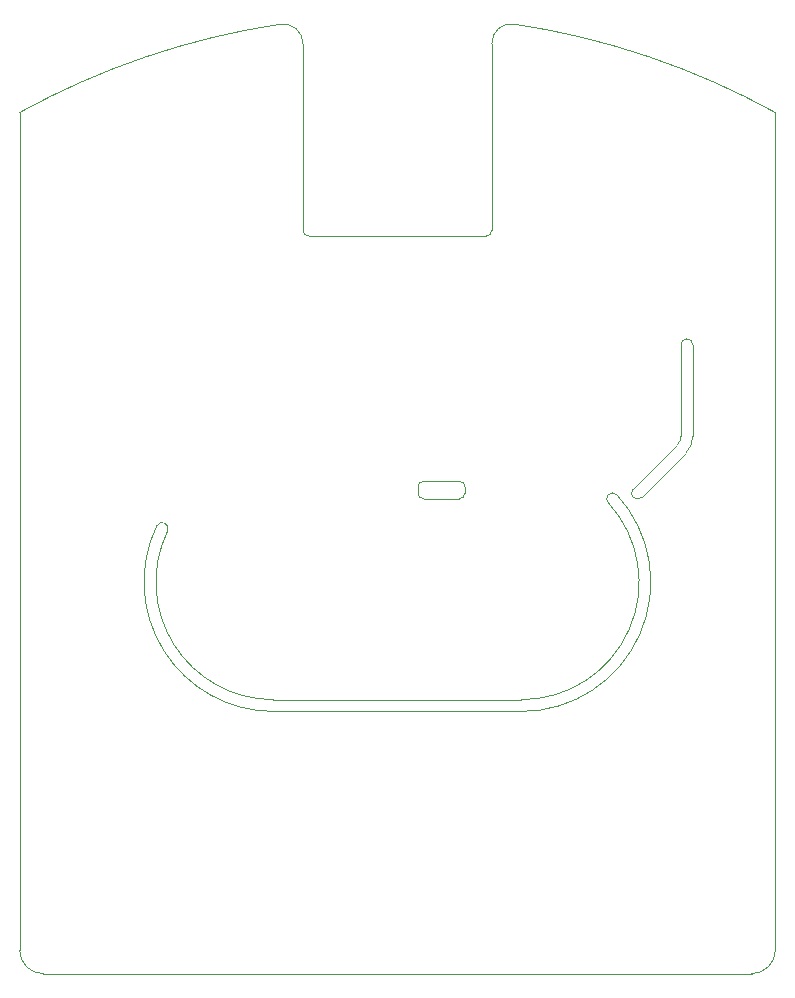
<source format=gbr>
%TF.GenerationSoftware,KiCad,Pcbnew,(6.0.0-0)*%
%TF.CreationDate,2022-04-04T00:03:28-05:00*%
%TF.ProjectId,SmartNeonPSU,536d6172-744e-4656-9f6e-5053552e6b69,rev?*%
%TF.SameCoordinates,Original*%
%TF.FileFunction,Profile,NP*%
%FSLAX46Y46*%
G04 Gerber Fmt 4.6, Leading zero omitted, Abs format (unit mm)*
G04 Created by KiCad (PCBNEW (6.0.0-0)) date 2022-04-04 00:03:28*
%MOMM*%
%LPD*%
G01*
G04 APERTURE LIST*
%TA.AperFunction,Profile*%
%ADD10C,0.100000*%
%TD*%
%TA.AperFunction,Profile*%
%ADD11C,0.120000*%
%TD*%
G04 APERTURE END LIST*
D10*
X173706104Y-90154558D02*
X169956104Y-93904558D01*
X180000000Y-134950000D02*
G75*
G03*
X182000000Y-132951866I932J1999068D01*
G01*
X160500000Y-111749999D02*
G75*
G03*
X167859538Y-95092697I6397J9951622D01*
G01*
X174000000Y-81700000D02*
X174000000Y-89450000D01*
X182000000Y-132951866D02*
X182000000Y-62047951D01*
X158000000Y-72000000D02*
X158000000Y-56200000D01*
X169956104Y-93904558D02*
G75*
G03*
X170663310Y-94612518I353604J-353979D01*
G01*
X139500000Y-111750000D02*
X160500000Y-111750000D01*
X175000000Y-81700000D02*
G75*
G03*
X174000000Y-81700000I-500000J0D01*
G01*
X160500000Y-112750000D02*
G75*
G03*
X168558447Y-94386229I-1345J10950592D01*
G01*
X142000000Y-56200000D02*
X142000000Y-72000000D01*
X118000000Y-132949998D02*
G75*
G03*
X120000000Y-134950000I2000000J-2D01*
G01*
X159906129Y-54561659D02*
G75*
G03*
X158000000Y-56200000I-286156J-1595085D01*
G01*
X174413310Y-90862518D02*
G75*
G03*
X174999999Y-89450000I-1411717J1414456D01*
G01*
X120000000Y-134950000D02*
X180000000Y-134950000D01*
X141999999Y-56200000D02*
G75*
G03*
X140002687Y-54575983I-1659961J-1304D01*
G01*
X182000000Y-62047951D02*
G75*
G03*
X159906129Y-54561659I-31888797J-57766263D01*
G01*
X140002687Y-54575983D02*
G75*
G03*
X118000000Y-62047951I9881937J-65230931D01*
G01*
X168558447Y-94386229D02*
G75*
G03*
X167859538Y-95092697I-349462J-353227D01*
G01*
X142500000Y-72500000D02*
X157500000Y-72500000D01*
X130521029Y-97512025D02*
G75*
G03*
X139500000Y-111750000I8978971J-4287759D01*
G01*
X139500000Y-112750000D02*
X160500000Y-112750000D01*
X129625158Y-97020000D02*
G75*
G03*
X139500000Y-112750000I9890276J-4755740D01*
G01*
X142000000Y-72000000D02*
G75*
G03*
X142500000Y-72500000I500001J1D01*
G01*
X175000000Y-81700000D02*
X175000000Y-89450000D01*
X130521028Y-97512025D02*
G75*
G03*
X129625158Y-97020000I-447936J246011D01*
G01*
X118000000Y-62047951D02*
X118000000Y-132949998D01*
X174413310Y-90862518D02*
X170663310Y-94612518D01*
X157500000Y-72500000D02*
G75*
G03*
X158000000Y-72000000I-1J500001D01*
G01*
X173706104Y-90154558D02*
G75*
G03*
X173999999Y-89450000I-703534J707044D01*
G01*
D11*
%TO.C,C21*%
X152222317Y-94750000D02*
X155222317Y-94750000D01*
X155222317Y-93250000D02*
X152222317Y-93250000D01*
X155722317Y-94250000D02*
X155722317Y-93750000D01*
X151722317Y-93750000D02*
X151722317Y-94250000D01*
X155722317Y-93750000D02*
G75*
G03*
X155222317Y-93250000I-500001J-1D01*
G01*
X151722317Y-94250000D02*
G75*
G03*
X152222317Y-94750000I500001J1D01*
G01*
X155222317Y-94750000D02*
G75*
G03*
X155722317Y-94250000I-1J500001D01*
G01*
X152222317Y-93250000D02*
G75*
G03*
X151722317Y-93750000I1J-500001D01*
G01*
%TD*%
M02*

</source>
